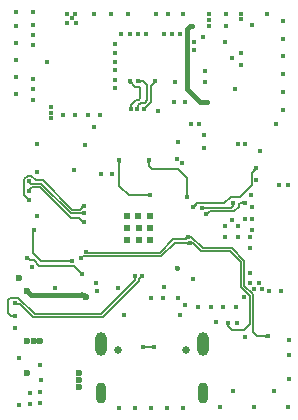
<source format=gbl>
G04*
G04 #@! TF.GenerationSoftware,Altium Limited,Altium Designer,20.1.14 (287)*
G04*
G04 Layer_Physical_Order=4*
G04 Layer_Color=16711680*
%FSLAX25Y25*%
%MOIN*%
G70*
G04*
G04 #@! TF.SameCoordinates,C6E2488E-A08A-4CE9-B207-DE92606EBE29*
G04*
G04*
G04 #@! TF.FilePolarity,Positive*
G04*
G01*
G75*
%ADD17C,0.00600*%
%ADD116C,0.02400*%
%ADD117C,0.01500*%
%ADD122C,0.02559*%
%ADD123O,0.03937X0.07874*%
%ADD124O,0.03543X0.07087*%
%ADD125C,0.01575*%
%ADD126C,0.02362*%
G36*
X45328Y112921D02*
X45380Y112878D01*
X45435Y112839D01*
X45494Y112805D01*
X45555Y112777D01*
X45620Y112754D01*
X45688Y112736D01*
X45759Y112723D01*
X45833Y112715D01*
X45910Y112713D01*
X45890Y112113D01*
X45814Y112110D01*
X45739Y112103D01*
X45668Y112091D01*
X45600Y112074D01*
X45534Y112051D01*
X45471Y112025D01*
X45410Y111993D01*
X45353Y111956D01*
X45298Y111915D01*
X45246Y111868D01*
X45279Y112970D01*
X45328Y112921D01*
D02*
G37*
G36*
X42889Y112359D02*
X42897Y112291D01*
X42911Y112224D01*
X42930Y112159D01*
X42954Y112095D01*
X42984Y112033D01*
X43020Y111972D01*
X43061Y111913D01*
X43108Y111856D01*
X43161Y111800D01*
X42737Y111375D01*
X42680Y111428D01*
X42623Y111475D01*
X42564Y111516D01*
X42503Y111552D01*
X42441Y111582D01*
X42377Y111607D01*
X42312Y111626D01*
X42246Y111639D01*
X42178Y111647D01*
X42108Y111649D01*
X42887Y112428D01*
X42889Y112359D01*
D02*
G37*
G36*
X50618Y111649D02*
X50548Y111645D01*
X50480Y111635D01*
X50413Y111620D01*
X50348Y111600D01*
X50284Y111574D01*
X50222Y111543D01*
X50162Y111506D01*
X50103Y111465D01*
X50045Y111417D01*
X49989Y111365D01*
X49550Y111774D01*
X49603Y111831D01*
X49650Y111889D01*
X49691Y111948D01*
X49726Y112008D01*
X49755Y112071D01*
X49778Y112134D01*
X49796Y112199D01*
X49808Y112266D01*
X49813Y112333D01*
X49813Y112403D01*
X50618Y111649D01*
D02*
G37*
G36*
X42702Y104323D02*
X42710Y104250D01*
X42723Y104178D01*
X42740Y104110D01*
X42763Y104045D01*
X42790Y103983D01*
X42823Y103923D01*
X42861Y103867D01*
X42904Y103813D01*
X42951Y103762D01*
X41849D01*
X41897Y103813D01*
X41939Y103867D01*
X41977Y103923D01*
X42010Y103983D01*
X42037Y104045D01*
X42060Y104110D01*
X42077Y104178D01*
X42090Y104250D01*
X42097Y104323D01*
X42100Y104401D01*
X42700D01*
X42702Y104323D01*
D02*
G37*
G36*
X45087Y104292D02*
X45088Y104216D01*
X45103Y104070D01*
X45116Y104000D01*
X45132Y103931D01*
X45152Y103865D01*
X45176Y103800D01*
X45203Y103737D01*
X45234Y103675D01*
X45269Y103616D01*
X44198Y103877D01*
X44253Y103913D01*
X44302Y103955D01*
X44345Y104001D01*
X44383Y104051D01*
X44414Y104106D01*
X44440Y104166D01*
X44460Y104231D01*
X44475Y104300D01*
X44484Y104373D01*
X44486Y104452D01*
X45087Y104292D01*
D02*
G37*
G36*
X47761Y103837D02*
X47708Y103780D01*
X47661Y103723D01*
X47620Y103664D01*
X47584Y103603D01*
X47554Y103541D01*
X47530Y103477D01*
X47510Y103412D01*
X47497Y103346D01*
X47490Y103278D01*
X47487Y103208D01*
X46708Y103987D01*
X46777Y103990D01*
X46846Y103997D01*
X46912Y104010D01*
X46977Y104029D01*
X47041Y104054D01*
X47103Y104084D01*
X47164Y104120D01*
X47223Y104161D01*
X47280Y104208D01*
X47337Y104261D01*
X47761Y103837D01*
D02*
G37*
G36*
X48924Y85497D02*
X48881Y85443D01*
X48843Y85387D01*
X48810Y85327D01*
X48783Y85265D01*
X48760Y85200D01*
X48743Y85132D01*
X48730Y85061D01*
X48722Y84987D01*
X48720Y84910D01*
X48120D01*
X48118Y84987D01*
X48110Y85061D01*
X48097Y85132D01*
X48080Y85200D01*
X48057Y85265D01*
X48030Y85327D01*
X47997Y85387D01*
X47959Y85443D01*
X47916Y85497D01*
X47869Y85548D01*
X48971D01*
X48924Y85497D01*
D02*
G37*
G36*
X39074Y85487D02*
X39031Y85433D01*
X38993Y85377D01*
X38960Y85317D01*
X38933Y85255D01*
X38910Y85190D01*
X38893Y85122D01*
X38880Y85050D01*
X38873Y84977D01*
X38870Y84899D01*
X38270D01*
X38267Y84977D01*
X38260Y85050D01*
X38247Y85122D01*
X38230Y85190D01*
X38207Y85255D01*
X38180Y85317D01*
X38147Y85377D01*
X38109Y85433D01*
X38067Y85487D01*
X38019Y85538D01*
X39121D01*
X39074Y85487D01*
D02*
G37*
G36*
X84178Y82733D02*
X84111Y82715D01*
X84046Y82694D01*
X83982Y82669D01*
X83919Y82640D01*
X83858Y82607D01*
X83798Y82570D01*
X83739Y82529D01*
X83682Y82485D01*
X83571Y82384D01*
X83034Y82696D01*
X83087Y82754D01*
X83133Y82812D01*
X83172Y82871D01*
X83203Y82931D01*
X83227Y82991D01*
X83244Y83053D01*
X83253Y83115D01*
X83255Y83178D01*
X83249Y83242D01*
X83237Y83307D01*
X84178Y82733D01*
D02*
G37*
G36*
X9525Y76838D02*
X9471Y76780D01*
X9425Y76722D01*
X9387Y76663D01*
X9356Y76604D01*
X9333Y76543D01*
X9318Y76482D01*
X9310Y76421D01*
X9309Y76359D01*
X9316Y76296D01*
X9331Y76232D01*
X8371Y76773D01*
X8436Y76792D01*
X8500Y76816D01*
X8563Y76842D01*
X8624Y76873D01*
X8685Y76907D01*
X8744Y76945D01*
X8859Y77031D01*
X8915Y77079D01*
X8970Y77132D01*
X9525Y76838D01*
D02*
G37*
G36*
X61303Y74923D02*
X61310Y74849D01*
X61323Y74778D01*
X61340Y74710D01*
X61363Y74645D01*
X61390Y74583D01*
X61423Y74523D01*
X61461Y74467D01*
X61503Y74413D01*
X61551Y74362D01*
X60449D01*
X60496Y74413D01*
X60539Y74467D01*
X60577Y74523D01*
X60610Y74583D01*
X60637Y74645D01*
X60660Y74710D01*
X60677Y74778D01*
X60690Y74849D01*
X60698Y74923D01*
X60700Y75001D01*
X61300D01*
X61303Y74923D01*
D02*
G37*
G36*
X48338Y73949D02*
X48287Y73997D01*
X48233Y74039D01*
X48177Y74077D01*
X48117Y74110D01*
X48055Y74137D01*
X47990Y74160D01*
X47922Y74177D01*
X47850Y74190D01*
X47776Y74198D01*
X47699Y74200D01*
Y74800D01*
X47776Y74803D01*
X47850Y74810D01*
X47922Y74823D01*
X47990Y74840D01*
X48055Y74863D01*
X48117Y74890D01*
X48177Y74923D01*
X48233Y74961D01*
X48287Y75003D01*
X48338Y75051D01*
Y73949D01*
D02*
G37*
G36*
X7920Y73897D02*
X7978Y73851D01*
X8037Y73810D01*
X8098Y73777D01*
X8160Y73749D01*
X8223Y73728D01*
X8288Y73713D01*
X8353Y73705D01*
X8421Y73703D01*
X8489Y73708D01*
X7791Y72855D01*
X7782Y72924D01*
X7768Y72992D01*
X7750Y73058D01*
X7727Y73123D01*
X7699Y73186D01*
X7666Y73248D01*
X7628Y73308D01*
X7585Y73367D01*
X7537Y73424D01*
X7485Y73480D01*
X7863Y73950D01*
X7920Y73897D01*
D02*
G37*
G36*
X79937Y71524D02*
X79887Y71572D01*
X79833Y71614D01*
X79777Y71652D01*
X79717Y71685D01*
X79655Y71712D01*
X79589Y71735D01*
X79521Y71753D01*
X79450Y71765D01*
X79376Y71773D01*
X79299Y71775D01*
Y72375D01*
X79376Y72378D01*
X79450Y72385D01*
X79521Y72398D01*
X79589Y72415D01*
X79655Y72438D01*
X79717Y72465D01*
X79777Y72498D01*
X79833Y72536D01*
X79887Y72579D01*
X79937Y72626D01*
Y71524D01*
D02*
G37*
G36*
X64409Y71173D02*
X64357Y71118D01*
X64309Y71062D01*
X64265Y71004D01*
X64225Y70944D01*
X64190Y70884D01*
X64158Y70821D01*
X64131Y70758D01*
X64108Y70693D01*
X64089Y70626D01*
X64074Y70558D01*
X63457Y71472D01*
X63524Y71461D01*
X63589Y71458D01*
X63653Y71462D01*
X63716Y71473D01*
X63778Y71491D01*
X63840Y71516D01*
X63900Y71548D01*
X63959Y71588D01*
X64017Y71634D01*
X64074Y71687D01*
X64409Y71173D01*
D02*
G37*
G36*
X76820Y71439D02*
X76784Y71395D01*
X76752Y71347D01*
X76725Y71293D01*
X76701Y71236D01*
X76682Y71173D01*
X76667Y71105D01*
X76657Y71033D01*
X76650Y70956D01*
X76648Y70875D01*
X76048D01*
X76046Y70956D01*
X76040Y71033D01*
X76029Y71105D01*
X76014Y71173D01*
X75995Y71236D01*
X75972Y71293D01*
X75944Y71347D01*
X75912Y71395D01*
X75876Y71439D01*
X75835Y71478D01*
X76861D01*
X76820Y71439D01*
D02*
G37*
G36*
X26692Y70113D02*
X26623Y70110D01*
X26554Y70103D01*
X26488Y70090D01*
X26423Y70071D01*
X26359Y70046D01*
X26297Y70016D01*
X26236Y69980D01*
X26177Y69939D01*
X26120Y69892D01*
X26063Y69839D01*
X25639Y70263D01*
X25692Y70319D01*
X25739Y70377D01*
X25780Y70436D01*
X25816Y70497D01*
X25846Y70559D01*
X25870Y70623D01*
X25890Y70688D01*
X25903Y70754D01*
X25910Y70823D01*
X25913Y70892D01*
X26692Y70113D01*
D02*
G37*
G36*
X66913Y70803D02*
X66967Y70761D01*
X67023Y70723D01*
X67083Y70690D01*
X67145Y70663D01*
X67210Y70640D01*
X67278Y70623D01*
X67349Y70610D01*
X67423Y70603D01*
X67501Y70600D01*
Y70000D01*
X67423Y69998D01*
X67349Y69990D01*
X67278Y69977D01*
X67210Y69960D01*
X67145Y69937D01*
X67083Y69910D01*
X67023Y69877D01*
X66967Y69839D01*
X66913Y69797D01*
X66862Y69749D01*
Y70851D01*
X66913Y70803D01*
D02*
G37*
G36*
X68716Y68628D02*
X68664Y68573D01*
X68571Y68459D01*
X68530Y68401D01*
X68493Y68341D01*
X68460Y68279D01*
X68431Y68217D01*
X68406Y68153D01*
X68384Y68088D01*
X68367Y68021D01*
X67794Y68963D01*
X67859Y68950D01*
X67923Y68945D01*
X67986Y68946D01*
X68048Y68956D01*
X68110Y68972D01*
X68170Y68996D01*
X68230Y69027D01*
X68289Y69066D01*
X68347Y69112D01*
X68405Y69165D01*
X68716Y68628D01*
D02*
G37*
G36*
X26212Y67982D02*
X26156Y68023D01*
X26097Y68060D01*
X26037Y68093D01*
X25973Y68121D01*
X25908Y68146D01*
X25841Y68165D01*
X25771Y68180D01*
X25699Y68191D01*
X25626Y68198D01*
X25549Y68200D01*
X25466Y68800D01*
X25544Y68803D01*
X25618Y68811D01*
X25688Y68825D01*
X25754Y68844D01*
X25816Y68869D01*
X25875Y68899D01*
X25930Y68935D01*
X25981Y68976D01*
X26029Y69023D01*
X26072Y69075D01*
X26212Y67982D01*
D02*
G37*
G36*
X26027Y66562D02*
X26085Y66516D01*
X26145Y66476D01*
X26205Y66442D01*
X26267Y66416D01*
X26330Y66395D01*
X26394Y66382D01*
X26460Y66375D01*
X26526Y66374D01*
X26594Y66380D01*
X25918Y65510D01*
X25907Y65579D01*
X25892Y65646D01*
X25873Y65713D01*
X25848Y65777D01*
X25819Y65840D01*
X25785Y65902D01*
X25747Y65962D01*
X25704Y66020D01*
X25656Y66077D01*
X25604Y66133D01*
X25970Y66615D01*
X26027Y66562D01*
D02*
G37*
G36*
X62245Y60964D02*
X62260Y60952D01*
X62280Y60942D01*
X62307Y60932D01*
X62339Y60925D01*
X62378Y60918D01*
X62423Y60913D01*
X62530Y60908D01*
X62593Y60907D01*
Y60307D01*
X62515Y60306D01*
X62238Y60289D01*
X62205Y60282D01*
X62179Y60275D01*
X62161Y60266D01*
X62151Y60257D01*
X62237Y60978D01*
X62245Y60964D01*
D02*
G37*
G36*
X61492Y59913D02*
X61422Y59911D01*
X61354Y59903D01*
X61288Y59890D01*
X61223Y59871D01*
X61159Y59846D01*
X61097Y59816D01*
X61036Y59780D01*
X60977Y59739D01*
X60919Y59692D01*
X60863Y59639D01*
X60439Y60063D01*
X60492Y60119D01*
X60539Y60177D01*
X60580Y60236D01*
X60616Y60297D01*
X60646Y60359D01*
X60671Y60423D01*
X60690Y60488D01*
X60703Y60554D01*
X60711Y60623D01*
X60713Y60692D01*
X61492Y59913D01*
D02*
G37*
G36*
X62707Y58856D02*
X62730Y58835D01*
X62759Y58817D01*
X62795Y58801D01*
X62837Y58787D01*
X62885Y58776D01*
X62940Y58768D01*
X63002Y58762D01*
X63143Y58757D01*
Y58157D01*
X63062Y58156D01*
X62861Y58139D01*
X62808Y58130D01*
X62761Y58118D01*
X62722Y58103D01*
X62689Y58087D01*
X62663Y58068D01*
X62644Y58048D01*
X62690Y58879D01*
X62707Y58856D01*
D02*
G37*
G36*
X61438Y57949D02*
X61387Y57996D01*
X61333Y58039D01*
X61277Y58077D01*
X61217Y58110D01*
X61155Y58137D01*
X61090Y58160D01*
X61022Y58177D01*
X60950Y58190D01*
X60877Y58197D01*
X60799Y58200D01*
Y58800D01*
X60877Y58802D01*
X60950Y58810D01*
X61022Y58823D01*
X61090Y58840D01*
X61155Y58863D01*
X61217Y58890D01*
X61277Y58923D01*
X61333Y58961D01*
X61387Y59004D01*
X61438Y59051D01*
Y57949D01*
D02*
G37*
G36*
X28282Y55734D02*
X28307Y55685D01*
X28338Y55642D01*
X28377Y55604D01*
X28422Y55572D01*
X28475Y55546D01*
X28534Y55526D01*
X28600Y55512D01*
X28673Y55503D01*
X28754Y55500D01*
X28651Y54900D01*
X27741Y54850D01*
X28264Y55789D01*
X28282Y55734D01*
D02*
G37*
G36*
X8781Y53623D02*
X8788Y53554D01*
X8802Y53488D01*
X8821Y53423D01*
X8845Y53359D01*
X8875Y53297D01*
X8911Y53236D01*
X8953Y53177D01*
X9000Y53119D01*
X9052Y53063D01*
X8628Y52639D01*
X8572Y52692D01*
X8514Y52739D01*
X8455Y52780D01*
X8394Y52816D01*
X8332Y52846D01*
X8269Y52871D01*
X8204Y52890D01*
X8137Y52903D01*
X8069Y52911D01*
X7999Y52913D01*
X8779Y53692D01*
X8781Y53623D01*
D02*
G37*
G36*
X22338Y52049D02*
X22287Y52096D01*
X22233Y52139D01*
X22177Y52177D01*
X22117Y52210D01*
X22055Y52237D01*
X21990Y52260D01*
X21922Y52277D01*
X21850Y52290D01*
X21777Y52298D01*
X21700Y52300D01*
Y52900D01*
X21777Y52903D01*
X21850Y52910D01*
X21922Y52923D01*
X21990Y52940D01*
X22055Y52963D01*
X22117Y52990D01*
X22177Y53023D01*
X22233Y53061D01*
X22287Y53104D01*
X22338Y53151D01*
Y52049D01*
D02*
G37*
G36*
X25420Y49408D02*
X25477Y49361D01*
X25536Y49320D01*
X25597Y49284D01*
X25659Y49254D01*
X25723Y49229D01*
X25788Y49211D01*
X25854Y49197D01*
X25923Y49189D01*
X25992Y49187D01*
X25213Y48408D01*
X25210Y48478D01*
X25203Y48546D01*
X25190Y48612D01*
X25171Y48677D01*
X25146Y48741D01*
X25116Y48803D01*
X25080Y48864D01*
X25039Y48923D01*
X24992Y48981D01*
X24939Y49037D01*
X25363Y49461D01*
X25420Y49408D01*
D02*
G37*
G36*
X46147Y46887D02*
X46078Y46889D01*
X46010Y46885D01*
X45944Y46874D01*
X45879Y46858D01*
X45816Y46835D01*
X45754Y46806D01*
X45693Y46772D01*
X45634Y46731D01*
X45576Y46685D01*
X45519Y46632D01*
X45121Y47082D01*
X45174Y47138D01*
X45221Y47196D01*
X45263Y47254D01*
X45300Y47315D01*
X45332Y47377D01*
X45359Y47440D01*
X45380Y47506D01*
X45397Y47572D01*
X45408Y47640D01*
X45414Y47710D01*
X46147Y46887D01*
D02*
G37*
G36*
X44371Y47057D02*
X44320Y47012D01*
X44274Y46963D01*
X44233Y46911D01*
X44198Y46855D01*
X44168Y46795D01*
X44143Y46733D01*
X44124Y46666D01*
X44111Y46595D01*
X44103Y46521D01*
X44100Y46444D01*
X43500Y46511D01*
X43498Y46588D01*
X43491Y46662D01*
X43480Y46733D01*
X43464Y46803D01*
X43444Y46870D01*
X43419Y46935D01*
X43390Y46997D01*
X43356Y47057D01*
X43318Y47115D01*
X43275Y47170D01*
X44371Y47057D01*
D02*
G37*
G36*
X27189Y41868D02*
X26336Y40528D01*
X26325Y40551D01*
X26300Y40572D01*
X26262Y40590D01*
X26210Y40606D01*
X26144Y40620D01*
X26065Y40630D01*
X25866Y40645D01*
X25613Y40650D01*
X25819Y42150D01*
X27189Y41868D01*
D02*
G37*
G36*
X4442Y38848D02*
X4484Y38799D01*
X4529Y38755D01*
X4580Y38718D01*
X4635Y38686D01*
X4695Y38660D01*
X4759Y38640D01*
X4828Y38625D01*
X4902Y38617D01*
X4980Y38614D01*
X4820Y38014D01*
X4745Y38012D01*
X4599Y37997D01*
X4528Y37985D01*
X4460Y37968D01*
X4393Y37948D01*
X4328Y37925D01*
X4265Y37897D01*
X4204Y37866D01*
X4144Y37832D01*
X4405Y38903D01*
X4442Y38848D01*
D02*
G37*
G36*
X3167Y33749D02*
X3116Y33797D01*
X3062Y33839D01*
X3006Y33877D01*
X2946Y33910D01*
X2884Y33937D01*
X2819Y33960D01*
X2750Y33977D01*
X2679Y33990D01*
X2605Y33997D01*
X2528Y34000D01*
X2528Y34600D01*
X2605Y34602D01*
X2679Y34610D01*
X2750Y34623D01*
X2818Y34640D01*
X2884Y34663D01*
X2946Y34690D01*
X3005Y34723D01*
X3062Y34761D01*
X3115Y34804D01*
X3166Y34851D01*
X3167Y33749D01*
D02*
G37*
G36*
X75135Y31340D02*
X75129Y31323D01*
X75124Y31299D01*
X75119Y31268D01*
X75112Y31182D01*
X75106Y30997D01*
X75106Y30920D01*
X74506D01*
X74506Y30980D01*
X74492Y31161D01*
X74485Y31191D01*
X74478Y31216D01*
X74469Y31234D01*
X74459Y31247D01*
X74448Y31254D01*
X75142Y31348D01*
X75135Y31340D01*
D02*
G37*
G36*
X87438Y26949D02*
X87387Y26996D01*
X87333Y27039D01*
X87277Y27077D01*
X87217Y27110D01*
X87155Y27137D01*
X87090Y27160D01*
X87022Y27177D01*
X86950Y27190D01*
X86876Y27198D01*
X86800Y27200D01*
Y27800D01*
X86876Y27803D01*
X86950Y27810D01*
X87022Y27823D01*
X87090Y27840D01*
X87155Y27863D01*
X87217Y27890D01*
X87277Y27923D01*
X87333Y27961D01*
X87387Y28003D01*
X87438Y28051D01*
Y26949D01*
D02*
G37*
G36*
X47132Y24540D02*
X47183Y24496D01*
X47238Y24457D01*
X47297Y24423D01*
X47358Y24395D01*
X47423Y24372D01*
X47490Y24353D01*
X47561Y24340D01*
X47635Y24333D01*
X47712Y24330D01*
X47687Y23730D01*
X47611Y23728D01*
X47537Y23720D01*
X47465Y23708D01*
X47396Y23691D01*
X47330Y23670D01*
X47267Y23643D01*
X47207Y23611D01*
X47149Y23575D01*
X47093Y23534D01*
X47041Y23488D01*
X47083Y24589D01*
X47132Y24540D01*
D02*
G37*
G36*
X49717Y23471D02*
X49668Y23520D01*
X49617Y23564D01*
X49562Y23603D01*
X49503Y23637D01*
X49442Y23665D01*
X49378Y23689D01*
X49310Y23707D01*
X49239Y23720D01*
X49165Y23728D01*
X49088Y23730D01*
X49113Y24330D01*
X49189Y24333D01*
X49264Y24340D01*
X49335Y24352D01*
X49404Y24369D01*
X49470Y24391D01*
X49533Y24417D01*
X49593Y24449D01*
X49651Y24485D01*
X49707Y24526D01*
X49759Y24572D01*
X49717Y23471D01*
D02*
G37*
D17*
X2200Y40400D02*
X4900D01*
X2400Y34300D02*
X3728D01*
X1500Y35200D02*
Y39700D01*
X3728Y34300D02*
X3729Y34300D01*
X1500Y39700D02*
X2200Y40400D01*
X1500Y35200D02*
X2400Y34300D01*
X3729Y38500D02*
X3915Y38314D01*
X5372D01*
X10500Y34800D02*
X32500D01*
X4900Y40400D02*
X10500Y34800D01*
X5372Y38314D02*
X9886Y33800D01*
X33000D01*
X75750Y73950D02*
X78750D01*
X82813Y78013D02*
Y82051D01*
X78750Y73950D02*
X82813Y78013D01*
X73587Y71787D02*
X75750Y73950D01*
X33000Y33800D02*
X45200Y46000D01*
X32500Y34800D02*
X43800Y46100D01*
X8946Y52745D02*
X10155D01*
X7991Y53700D02*
X8946Y52745D01*
X10155D02*
X11900Y51000D01*
X23400D01*
X9913Y62713D02*
X10100Y62900D01*
X9900Y62061D02*
X9913Y62075D01*
X9900Y55100D02*
Y62061D01*
X9913Y62075D02*
Y62713D01*
X9900Y55100D02*
X12400Y52600D01*
X22900D01*
X76100Y56800D02*
X80200Y52700D01*
Y44400D02*
X83100Y41500D01*
X75600Y55800D02*
X79200Y52200D01*
Y43800D02*
X82000Y41000D01*
X79200Y43800D02*
Y52200D01*
X80200Y44400D02*
Y52700D01*
X83100Y28900D02*
Y41500D01*
X66400Y56800D02*
X76100D01*
X82100Y31500D02*
Y41000D01*
X65800Y55800D02*
X75600D01*
X82000Y41000D02*
X82100D01*
X45600Y106800D02*
Y107700D01*
X45000Y106200D02*
X45600Y106800D01*
X44100Y106200D02*
X45000D01*
X42400Y104500D02*
X44100Y106200D01*
X44787Y104487D02*
X45700Y105400D01*
X44650Y103250D02*
X44787Y103386D01*
X45700Y105400D02*
X47000D01*
X44650Y112386D02*
X44700Y112436D01*
X44600Y103200D02*
X44650Y103250D01*
X44787Y103386D02*
Y104487D01*
X45600Y107700D02*
Y110100D01*
X42400Y103200D02*
Y104500D01*
X45000Y110700D02*
X45600Y110100D01*
X43836Y110700D02*
X45000D01*
X42100Y112436D02*
X43836Y110700D01*
X44700Y112436D02*
X44724Y112413D01*
X46387D01*
X47000Y105400D02*
X47700Y106100D01*
Y111100D01*
X46387Y112413D02*
X47700Y111100D01*
X46700Y103200D02*
X49000Y105500D01*
X41700Y74500D02*
X48900D01*
X38570Y77630D02*
X41700Y74500D01*
X38570Y77630D02*
Y86100D01*
X6900Y74489D02*
Y79827D01*
X8464Y72925D02*
X8575D01*
X6900Y74489D02*
X8464Y72925D01*
X8073Y81000D02*
X9300D01*
X6900Y79827D02*
X8073Y81000D01*
X9300D02*
X10850Y79450D01*
X8414Y79100D02*
X9114Y78400D01*
X8275Y76012D02*
X9663Y77400D01*
X45200Y46737D02*
X46136Y47673D01*
X45200Y46000D02*
Y46737D01*
X52000Y55200D02*
X56600Y59800D01*
X27764Y55600D02*
X28164Y55200D01*
X52000D01*
X27500Y55600D02*
X27764D01*
X25900Y53500D02*
X26500Y54100D01*
X52600D02*
X57000Y58500D01*
X26500Y54100D02*
X52600D01*
X23400Y51000D02*
X26000Y48400D01*
X84000Y83238D02*
Y83500D01*
X82813Y82051D02*
X84000Y83238D01*
X80300Y29700D02*
X82100Y31500D01*
X76026Y29700D02*
X80300D01*
X74806Y30920D02*
Y31894D01*
Y30920D02*
X76026Y29700D01*
X74700Y32000D02*
X74806Y31894D01*
X83100Y28900D02*
X84500Y27500D01*
X67600Y68200D02*
X67864D01*
X68764Y69100D01*
X62043Y58457D02*
X63143D01*
X65800Y55800D01*
X62000Y58500D02*
X62043Y58457D01*
X61593Y60607D02*
X62593D01*
X61500Y60700D02*
X61593Y60607D01*
X62593D02*
X66400Y56800D01*
X57000Y58500D02*
X62000D01*
X42100Y111936D02*
Y112200D01*
X58200Y83200D02*
X61000Y80400D01*
Y73800D02*
Y80400D01*
X49400Y83200D02*
X58200D01*
X48420Y84180D02*
Y86110D01*
Y84180D02*
X49400Y83200D01*
X49000Y105500D02*
Y110800D01*
X50600Y112400D01*
X76914Y69100D02*
X78346Y70532D01*
X78775Y72075D02*
X80500D01*
X78346Y71646D02*
X78775Y72075D01*
X78346Y70532D02*
Y71646D01*
X68764Y69100D02*
X76914D01*
X76348Y70848D02*
Y72075D01*
X75800Y70300D02*
X76348Y70848D01*
X66300Y70300D02*
X75800D01*
X25400Y69600D02*
X26700Y70900D01*
X22900Y69600D02*
X25400D01*
X13050Y79450D02*
X22900Y69600D01*
X22500Y66900D02*
X25261D01*
X12000Y77400D02*
X22500Y66900D01*
X25261D02*
X26561Y65600D01*
X10850Y79450D02*
X13050D01*
X8275Y79100D02*
X8414D01*
X9114Y78400D02*
X12500D01*
X22400Y68500D01*
X9663Y77400D02*
X12000D01*
X26600Y68500D02*
X26700Y68600D01*
X22400Y68500D02*
X26600D01*
X26561Y65600D02*
X26700D01*
X64599Y71787D02*
X73587D01*
X63512Y70700D02*
X64599Y71787D01*
X63300Y70700D02*
X63512D01*
X43800Y46100D02*
Y47554D01*
X60600Y59800D02*
X61500Y60700D01*
X56600Y59800D02*
X60600D01*
X84500Y27500D02*
X88000D01*
X46530Y24030D02*
X50270D01*
X46500Y24060D02*
X46530Y24030D01*
X50270D02*
X50300Y24000D01*
D116*
X45000Y63500D02*
D03*
X45000Y59564D02*
D03*
X44998Y67436D02*
D03*
X48937Y67438D02*
D03*
X41063D02*
D03*
X48936Y59564D02*
D03*
Y63500D02*
D03*
X41063Y59564D02*
D03*
Y63501D02*
D03*
D117*
X61100Y110000D02*
X65500Y105600D01*
X67900D01*
X62186Y131000D02*
X62900D01*
X61100Y129914D02*
X62186Y131000D01*
X61100Y110000D02*
Y129914D01*
X7900Y42500D02*
X9000Y41400D01*
X26808D02*
X27479Y40729D01*
X27500D01*
X9000Y41400D02*
X26808D01*
X57886Y50086D02*
X57900Y50100D01*
D122*
X38000Y23000D02*
D03*
X60756D02*
D03*
D123*
X32350Y24890D02*
D03*
X66405Y24890D02*
D03*
D124*
X32350Y8433D02*
D03*
X66405D02*
D03*
D125*
X3729Y38500D02*
D03*
X3728Y30100D02*
D03*
X79228Y121850D02*
D03*
X82500Y74700D02*
D03*
X73893Y125571D02*
D03*
X63653Y122976D02*
D03*
Y125732D02*
D03*
X60625Y105572D02*
D03*
X67900Y105600D02*
D03*
X56823Y105572D02*
D03*
X67200Y115900D02*
D03*
X82800Y63000D02*
D03*
Y66500D02*
D03*
X82700Y70500D02*
D03*
X86200Y43200D02*
D03*
X83600Y43400D02*
D03*
X82200Y48700D02*
D03*
X82300Y45300D02*
D03*
X85000D02*
D03*
X82200Y60700D02*
D03*
X82200Y57050D02*
D03*
X11000Y91500D02*
D03*
X94800Y78000D02*
D03*
X91800D02*
D03*
X53300Y40100D02*
D03*
X7991Y53700D02*
D03*
X9444Y50544D02*
D03*
X10100Y62900D02*
D03*
X79228Y133083D02*
D03*
X66700Y94600D02*
D03*
X92400Y42700D02*
D03*
X88500D02*
D03*
X76100Y66400D02*
D03*
X73750Y64271D02*
D03*
X78250D02*
D03*
X78300Y91700D02*
D03*
X59611Y85314D02*
D03*
X4227Y135475D02*
D03*
X9800Y135500D02*
D03*
X41600Y134900D02*
D03*
X35900D02*
D03*
X30200D02*
D03*
X95000Y26300D02*
D03*
Y21200D02*
D03*
Y13200D02*
D03*
X94800Y3900D02*
D03*
X83400D02*
D03*
X72100D02*
D03*
X59900Y3700D02*
D03*
X54575D02*
D03*
X49250D02*
D03*
X43925D02*
D03*
X38600D02*
D03*
X44700Y112436D02*
D03*
X46700Y103200D02*
D03*
X38570Y86100D02*
D03*
X42400Y103200D02*
D03*
X51500Y102500D02*
D03*
X44600Y103200D02*
D03*
X48420Y86110D02*
D03*
X90800Y98100D02*
D03*
X93300Y102867D02*
D03*
Y108833D02*
D03*
Y114800D02*
D03*
Y120767D02*
D03*
Y126733D02*
D03*
Y132700D02*
D03*
X4200Y108200D02*
D03*
Y113875D02*
D03*
Y119550D02*
D03*
Y125225D02*
D03*
Y130900D02*
D03*
X32100Y101300D02*
D03*
X28033D02*
D03*
X23967D02*
D03*
X19900D02*
D03*
X53334Y43771D02*
D03*
X9800Y109800D02*
D03*
Y113400D02*
D03*
Y124500D02*
D03*
Y127950D02*
D03*
X15900Y103800D02*
D03*
Y102000D02*
D03*
Y100200D02*
D03*
X11000Y67600D02*
D03*
X40154Y34500D02*
D03*
X27500Y55600D02*
D03*
X25900Y53500D02*
D03*
X26000Y48400D02*
D03*
X62000Y58500D02*
D03*
X63300Y70700D02*
D03*
X26700Y70900D02*
D03*
X61000Y73800D02*
D03*
X48900Y74500D02*
D03*
X61500Y60700D02*
D03*
X57900Y50100D02*
D03*
X46200Y47673D02*
D03*
X66300Y70300D02*
D03*
X26700Y68600D02*
D03*
X67600Y68200D02*
D03*
X26700Y65600D02*
D03*
X43881Y47673D02*
D03*
X57300Y112100D02*
D03*
X85600Y89400D02*
D03*
X84300Y79600D02*
D03*
X9800Y131400D02*
D03*
Y106200D02*
D03*
X14616Y118827D02*
D03*
X66400Y127300D02*
D03*
X87800Y135000D02*
D03*
X74043Y131000D02*
D03*
X74043Y135000D02*
D03*
X54673Y134870D02*
D03*
X50673D02*
D03*
X59837Y134935D02*
D03*
X79228Y118067D02*
D03*
X77300Y109900D02*
D03*
X76100Y120200D02*
D03*
X65100Y98400D02*
D03*
X62400D02*
D03*
X66700Y90200D02*
D03*
X58000Y92200D02*
D03*
X27000Y91200D02*
D03*
X32457Y81500D02*
D03*
X11000Y82300D02*
D03*
X23550Y82872D02*
D03*
X58693Y34500D02*
D03*
X60400Y37900D02*
D03*
X58100Y40200D02*
D03*
X77846Y32000D02*
D03*
X64900Y37300D02*
D03*
X69100D02*
D03*
X80000Y40457D02*
D03*
X63300Y46700D02*
D03*
X80500Y66500D02*
D03*
X57900Y86700D02*
D03*
X36200Y81500D02*
D03*
X30900Y45400D02*
D03*
X31000Y42500D02*
D03*
X38271Y43500D02*
D03*
X8700Y4900D02*
D03*
Y8700D02*
D03*
X12200Y8800D02*
D03*
X12000Y17900D02*
D03*
X78200Y60600D02*
D03*
X73700D02*
D03*
X90000Y9200D02*
D03*
X76500D02*
D03*
X70700Y32100D02*
D03*
X17000Y43500D02*
D03*
X80400Y27400D02*
D03*
X77600Y37200D02*
D03*
X73100D02*
D03*
X49000Y40200D02*
D03*
X5000Y4728D02*
D03*
X12182Y5100D02*
D03*
X12595Y12807D02*
D03*
X5000Y20300D02*
D03*
X80400Y91700D02*
D03*
X79200Y134900D02*
D03*
X30100Y97200D02*
D03*
X22700Y133600D02*
D03*
X21100Y132000D02*
D03*
X24000Y131900D02*
D03*
X23900Y135000D02*
D03*
X21200Y134900D02*
D03*
X62900Y131000D02*
D03*
X58929Y128310D02*
D03*
X82900Y131100D02*
D03*
X67200Y112100D02*
D03*
X68522Y130900D02*
D03*
X68522Y132976D02*
D03*
Y134800D02*
D03*
X37000Y124767D02*
D03*
Y122011D02*
D03*
Y118861D02*
D03*
Y116105D02*
D03*
Y112956D02*
D03*
Y110200D02*
D03*
X44756Y128310D02*
D03*
X47512D02*
D03*
X39244D02*
D03*
X42000D02*
D03*
X56173D02*
D03*
X53417D02*
D03*
X42100Y112436D02*
D03*
X50600D02*
D03*
X8575Y79100D02*
D03*
Y76012D02*
D03*
Y72925D02*
D03*
X84000Y83500D02*
D03*
X80500Y72075D02*
D03*
X76348D02*
D03*
X22900Y52600D02*
D03*
X88000Y27500D02*
D03*
X74700Y32000D02*
D03*
X3729Y34300D02*
D03*
X46500Y24060D02*
D03*
X50300Y24000D02*
D03*
D126*
X12300Y26000D02*
D03*
X10000D02*
D03*
X5300Y46800D02*
D03*
X25100Y10700D02*
D03*
Y13000D02*
D03*
Y15300D02*
D03*
X27500Y40729D02*
D03*
X7700Y26000D02*
D03*
X7900Y42500D02*
D03*
X7700Y15300D02*
D03*
M02*

</source>
